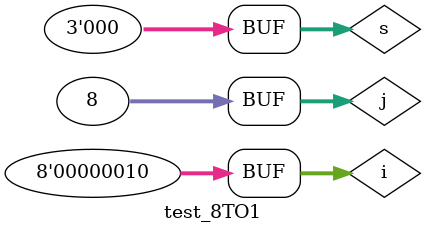
<source format=v>
module test_8TO1;

  reg [7:0] i;
  reg [2:0] s;
  wire y;

  mux8 m(i, s, y);
  integer k, j;

   initial begin
    i = 0;
    s = 0;
//    for (k = 0; k < 256; k = k + 1) begin
//      i = i + 1;
	i=8'b00000010;
      for (j = 0; j < 8; j = j + 1) begin
        #10;
        s = s + 1;
      end
//    end

  end

endmodule

</source>
